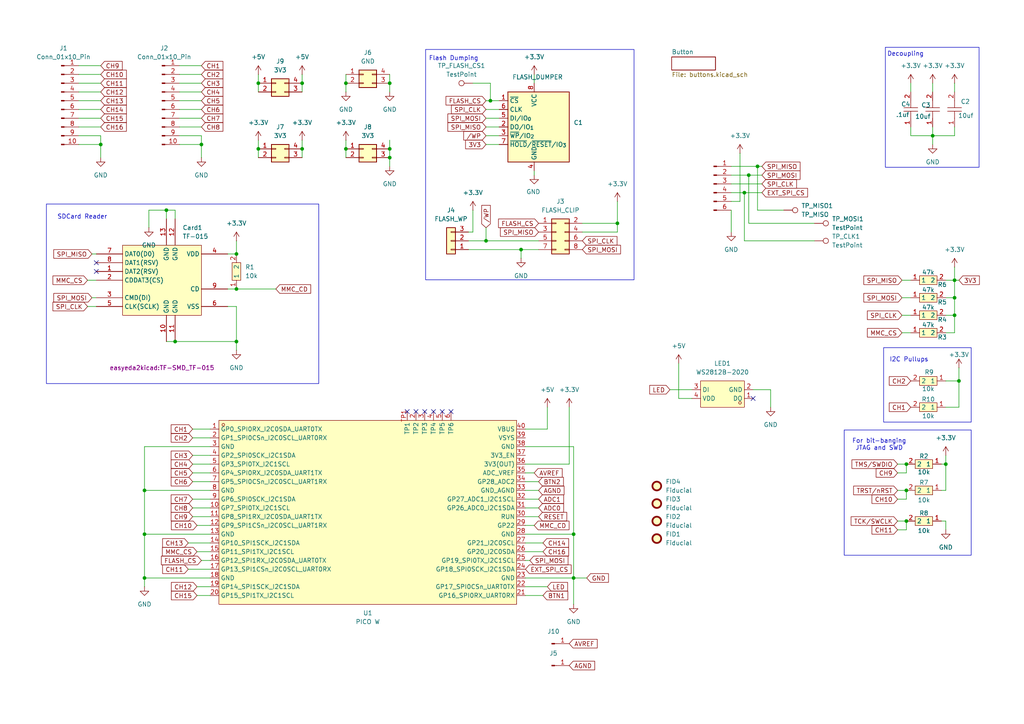
<source format=kicad_sch>
(kicad_sch (version 20250114) (generator "eeschema") (generator_version "9.0")
  (paper "A4")
  (rectangle (start 123.444 14.351) (end 183.896 81.153))
  (rectangle (start 256.286 100.838) (end 281.686 122.428))
  (rectangle (start 13.462 59.182) (end 92.456 111.252))
  (rectangle (start 256.794 13.716) (end 283.972 48.514))
  (rectangle (start 244.856 124.714) (end 281.686 161.036))
  (text "Flash Dumping" (at 131.572 17.018 0) (effects (font (size 1.27 1.27))))
  (text "SDCard Reader" (at 23.876 62.992 0) (effects (font (size 1.27 1.27))))
  (text "For bit-banging\nJTAG and SWD" (at 255.016 129.032 0) (effects (font (size 1.27 1.27))))
  (text "Decoupling" (at 262.636 15.748 0) (effects (font (size 1.27 1.27))))
  (text "I2C Pullups" (at 263.652 104.394 0) (effects (font (size 1.27 1.27))))
  (junction (at 113.03 43.18))
  (junction (at 166.37 167.64))
  (junction (at 166.37 154.94))
  (junction (at 217.17 50.8))
  (junction (at 274.32 134.62))
  (junction (at 278.13 110.49))
  (junction (at 219.71 48.26))
  (junction (at 179.07 64.77))
  (junction (at 41.91 167.64))
  (junction (at 276.86 81.28))
  (junction (at 41.91 142.24))
  (junction (at 276.86 86.36))
  (junction (at 262.89 134.62))
  (junction (at 68.58 83.82))
  (junction (at 50.8 99.06))
  (junction (at 100.33 24.13))
  (junction (at 41.91 154.94))
  (junction (at 87.63 24.13))
  (junction (at 142.24 29.21))
  (junction (at 68.58 99.06))
  (junction (at 100.33 43.18))
  (junction (at 74.93 43.18))
  (junction (at 113.03 45.72))
  (junction (at 270.51 39.37))
  (junction (at 113.03 24.13))
  (junction (at 215.9 55.88))
  (junction (at 276.86 91.44))
  (junction (at 262.89 142.24))
  (junction (at 48.26 60.96))
  (junction (at 29.21 41.91))
  (junction (at 262.89 151.13))
  (junction (at 68.58 73.66))
  (junction (at 140.97 69.85))
  (junction (at 151.13 72.39))
  (junction (at 58.42 41.91))
  (junction (at 74.93 24.13))
  (junction (at 87.63 43.18))
  (no_connect (at 118.11 119.38))
  (no_connect (at 218.44 115.57))
  (no_connect (at 27.94 78.74))
  (no_connect (at 125.73 119.38))
  (no_connect (at 27.94 76.2))
  (no_connect (at 120.65 119.38))
  (no_connect (at 128.27 119.38))
  (no_connect (at 123.19 119.38))
  (no_connect (at 130.81 119.38))
  (wire (pts (xy 50.8 99.06) (xy 68.58 99.06)))
  (wire (pts (xy 29.21 21.59) (xy 22.86 21.59)))
  (wire (pts (xy 156.21 147.32) (xy 152.4 147.32)))
  (wire (pts (xy 152.4 124.46) (xy 158.75 124.46)))
  (wire (pts (xy 74.93 21.59) (xy 74.93 24.13)))
  (wire (pts (xy 157.48 160.02) (xy 152.4 160.02)))
  (wire (pts (xy 57.15 172.72) (xy 60.96 172.72)))
  (wire (pts (xy 278.13 110.49) (xy 278.13 118.11)))
  (wire (pts (xy 165.1 134.62) (xy 152.4 134.62)))
  (wire (pts (xy 41.91 167.64) (xy 41.91 170.18)))
  (wire (pts (xy 43.18 66.04) (xy 43.18 60.96)))
  (wire (pts (xy 87.63 21.59) (xy 87.63 24.13)))
  (wire (pts (xy 113.03 40.64) (xy 113.03 43.18)))
  (wire (pts (xy 29.21 26.67) (xy 22.86 26.67)))
  (wire (pts (xy 236.22 64.77) (xy 217.17 64.77)))
  (wire (pts (xy 74.93 24.13) (xy 74.93 26.67)))
  (wire (pts (xy 140.97 31.75) (xy 144.78 31.75)))
  (wire (pts (xy 273.05 142.24) (xy 274.32 142.24)))
  (wire (pts (xy 274.32 91.44) (xy 276.86 91.44)))
  (wire (pts (xy 223.52 118.11) (xy 223.52 113.03)))
  (wire (pts (xy 270.51 24.13) (xy 270.51 26.67)))
  (wire (pts (xy 276.86 24.13) (xy 276.86 26.67)))
  (wire (pts (xy 58.42 24.13) (xy 52.07 24.13)))
  (wire (pts (xy 140.97 41.91) (xy 144.78 41.91)))
  (wire (pts (xy 41.91 129.54) (xy 41.91 142.24)))
  (wire (pts (xy 29.21 19.05) (xy 22.86 19.05)))
  (wire (pts (xy 25.4 81.28) (xy 27.94 81.28)))
  (wire (pts (xy 55.88 149.86) (xy 60.96 149.86)))
  (wire (pts (xy 156.21 72.39) (xy 151.13 72.39)))
  (wire (pts (xy 212.09 58.42) (xy 214.63 58.42)))
  (wire (pts (xy 25.4 88.9) (xy 27.94 88.9)))
  (wire (pts (xy 262.89 137.16) (xy 262.89 134.62)))
  (wire (pts (xy 54.61 157.48) (xy 60.96 157.48)))
  (wire (pts (xy 29.21 31.75) (xy 22.86 31.75)))
  (wire (pts (xy 264.16 24.13) (xy 264.16 26.67)))
  (wire (pts (xy 151.13 72.39) (xy 151.13 74.93)))
  (wire (pts (xy 100.33 40.64) (xy 100.33 43.18)))
  (wire (pts (xy 168.91 64.77) (xy 179.07 64.77)))
  (wire (pts (xy 41.91 142.24) (xy 41.91 154.94)))
  (wire (pts (xy 220.98 50.8) (xy 217.17 50.8)))
  (wire (pts (xy 217.17 50.8) (xy 217.17 64.77)))
  (wire (pts (xy 55.88 124.46) (xy 60.96 124.46)))
  (wire (pts (xy 170.18 167.64) (xy 166.37 167.64)))
  (wire (pts (xy 212.09 55.88) (xy 215.9 55.88)))
  (wire (pts (xy 113.03 45.72) (xy 113.03 48.26)))
  (wire (pts (xy 260.35 134.62) (xy 262.89 134.62)))
  (wire (pts (xy 212.09 60.96) (xy 212.09 67.31)))
  (wire (pts (xy 100.33 24.13) (xy 100.33 26.67)))
  (wire (pts (xy 166.37 129.54) (xy 166.37 154.94)))
  (wire (pts (xy 137.16 67.31) (xy 135.89 67.31)))
  (wire (pts (xy 152.4 167.64) (xy 166.37 167.64)))
  (wire (pts (xy 260.35 137.16) (xy 262.89 137.16)))
  (wire (pts (xy 58.42 36.83) (xy 52.07 36.83)))
  (wire (pts (xy 29.21 36.83) (xy 22.86 36.83)))
  (wire (pts (xy 227.33 60.96) (xy 219.71 60.96)))
  (wire (pts (xy 236.22 69.85) (xy 215.9 69.85)))
  (wire (pts (xy 166.37 154.94) (xy 166.37 167.64)))
  (wire (pts (xy 48.26 60.96) (xy 48.26 63.5)))
  (wire (pts (xy 212.09 48.26) (xy 219.71 48.26)))
  (wire (pts (xy 137.16 24.13) (xy 142.24 24.13)))
  (wire (pts (xy 29.21 34.29) (xy 22.86 34.29)))
  (wire (pts (xy 137.16 60.96) (xy 137.16 67.31)))
  (wire (pts (xy 60.96 142.24) (xy 41.91 142.24)))
  (wire (pts (xy 154.94 137.16) (xy 152.4 137.16)))
  (wire (pts (xy 215.9 69.85) (xy 215.9 55.88)))
  (wire (pts (xy 22.86 39.37) (xy 29.21 39.37)))
  (wire (pts (xy 260.35 151.13) (xy 262.89 151.13)))
  (wire (pts (xy 212.09 50.8) (xy 217.17 50.8)))
  (wire (pts (xy 58.42 34.29) (xy 52.07 34.29)))
  (wire (pts (xy 274.32 142.24) (xy 274.32 134.62)))
  (wire (pts (xy 74.93 43.18) (xy 74.93 45.72)))
  (wire (pts (xy 100.33 43.18) (xy 100.33 45.72)))
  (wire (pts (xy 274.32 132.08) (xy 274.32 134.62)))
  (wire (pts (xy 276.86 91.44) (xy 276.86 86.36)))
  (wire (pts (xy 274.32 151.13) (xy 274.32 153.67)))
  (wire (pts (xy 52.07 41.91) (xy 58.42 41.91)))
  (wire (pts (xy 158.75 170.18) (xy 152.4 170.18)))
  (wire (pts (xy 135.89 69.85) (xy 140.97 69.85)))
  (wire (pts (xy 29.21 41.91) (xy 29.21 45.72)))
  (wire (pts (xy 43.18 60.96) (xy 48.26 60.96)))
  (wire (pts (xy 165.1 118.11) (xy 165.1 134.62)))
  (wire (pts (xy 261.62 81.28) (xy 264.16 81.28)))
  (wire (pts (xy 260.35 144.78) (xy 262.89 144.78)))
  (wire (pts (xy 29.21 29.21) (xy 22.86 29.21)))
  (wire (pts (xy 80.01 83.82) (xy 68.58 83.82)))
  (wire (pts (xy 68.58 99.06) (xy 68.58 101.6)))
  (wire (pts (xy 55.88 139.7) (xy 60.96 139.7)))
  (wire (pts (xy 276.86 36.83) (xy 276.86 39.37)))
  (wire (pts (xy 58.42 21.59) (xy 52.07 21.59)))
  (wire (pts (xy 278.13 81.28) (xy 276.86 81.28)))
  (wire (pts (xy 68.58 88.9) (xy 68.58 99.06)))
  (wire (pts (xy 157.48 157.48) (xy 152.4 157.48)))
  (wire (pts (xy 57.15 152.4) (xy 60.96 152.4)))
  (wire (pts (xy 66.04 88.9) (xy 68.58 88.9)))
  (wire (pts (xy 212.09 53.34) (xy 220.98 53.34)))
  (wire (pts (xy 87.63 40.64) (xy 87.63 43.18)))
  (wire (pts (xy 68.58 69.85) (xy 68.58 73.66)))
  (wire (pts (xy 196.85 105.41) (xy 196.85 115.57)))
  (wire (pts (xy 142.24 29.21) (xy 144.78 29.21)))
  (wire (pts (xy 179.07 67.31) (xy 179.07 64.77)))
  (wire (pts (xy 260.35 142.24) (xy 262.89 142.24)))
  (wire (pts (xy 152.4 142.24) (xy 156.21 142.24)))
  (wire (pts (xy 264.16 39.37) (xy 270.51 39.37)))
  (wire (pts (xy 60.96 154.94) (xy 41.91 154.94)))
  (wire (pts (xy 55.88 134.62) (xy 60.96 134.62)))
  (wire (pts (xy 58.42 162.56) (xy 60.96 162.56)))
  (wire (pts (xy 156.21 144.78) (xy 152.4 144.78)))
  (wire (pts (xy 276.86 77.47) (xy 276.86 81.28)))
  (wire (pts (xy 58.42 26.67) (xy 52.07 26.67)))
  (wire (pts (xy 58.42 31.75) (xy 52.07 31.75)))
  (wire (pts (xy 153.67 162.56) (xy 152.4 162.56)))
  (wire (pts (xy 54.61 165.1) (xy 60.96 165.1)))
  (wire (pts (xy 60.96 129.54) (xy 41.91 129.54)))
  (wire (pts (xy 262.89 153.67) (xy 262.89 151.13)))
  (wire (pts (xy 261.62 96.52) (xy 264.16 96.52)))
  (wire (pts (xy 270.51 39.37) (xy 276.86 39.37)))
  (wire (pts (xy 154.94 21.59) (xy 154.94 24.13)))
  (wire (pts (xy 55.88 147.32) (xy 60.96 147.32)))
  (wire (pts (xy 50.8 60.96) (xy 48.26 60.96)))
  (wire (pts (xy 58.42 19.05) (xy 52.07 19.05)))
  (wire (pts (xy 55.88 132.08) (xy 60.96 132.08)))
  (wire (pts (xy 58.42 41.91) (xy 58.42 45.72)))
  (wire (pts (xy 158.75 124.46) (xy 158.75 118.11)))
  (wire (pts (xy 57.15 170.18) (xy 60.96 170.18)))
  (wire (pts (xy 74.93 40.64) (xy 74.93 43.18)))
  (wire (pts (xy 152.4 154.94) (xy 166.37 154.94)))
  (wire (pts (xy 26.67 86.36) (xy 27.94 86.36)))
  (wire (pts (xy 152.4 129.54) (xy 166.37 129.54)))
  (wire (pts (xy 220.98 48.26) (xy 219.71 48.26)))
  (wire (pts (xy 41.91 154.94) (xy 41.91 167.64)))
  (wire (pts (xy 179.07 58.42) (xy 179.07 64.77)))
  (wire (pts (xy 140.97 36.83) (xy 144.78 36.83)))
  (wire (pts (xy 48.26 99.06) (xy 50.8 99.06)))
  (wire (pts (xy 52.07 39.37) (xy 58.42 39.37)))
  (wire (pts (xy 274.32 86.36) (xy 276.86 86.36)))
  (wire (pts (xy 140.97 29.21) (xy 142.24 29.21)))
  (wire (pts (xy 22.86 41.91) (xy 29.21 41.91)))
  (wire (pts (xy 60.96 167.64) (xy 41.91 167.64)))
  (wire (pts (xy 223.52 113.03) (xy 218.44 113.03)))
  (wire (pts (xy 140.97 69.85) (xy 156.21 69.85)))
  (wire (pts (xy 140.97 66.04) (xy 140.97 69.85)))
  (wire (pts (xy 260.35 153.67) (xy 262.89 153.67)))
  (wire (pts (xy 262.89 144.78) (xy 262.89 142.24)))
  (wire (pts (xy 113.03 21.59) (xy 113.03 24.13)))
  (wire (pts (xy 29.21 24.13) (xy 22.86 24.13)))
  (wire (pts (xy 276.86 86.36) (xy 276.86 81.28)))
  (wire (pts (xy 219.71 60.96) (xy 219.71 48.26)))
  (wire (pts (xy 58.42 29.21) (xy 52.07 29.21)))
  (wire (pts (xy 57.15 160.02) (xy 60.96 160.02)))
  (wire (pts (xy 194.31 113.03) (xy 200.66 113.03)))
  (wire (pts (xy 29.21 39.37) (xy 29.21 41.91)))
  (wire (pts (xy 157.48 172.72) (xy 152.4 172.72)))
  (wire (pts (xy 68.58 83.82) (xy 66.04 83.82)))
  (wire (pts (xy 276.86 96.52) (xy 276.86 91.44)))
  (wire (pts (xy 214.63 44.45) (xy 214.63 58.42)))
  (wire (pts (xy 50.8 63.5) (xy 50.8 60.96)))
  (wire (pts (xy 264.16 36.83) (xy 264.16 39.37)))
  (wire (pts (xy 270.51 39.37) (xy 270.51 41.91)))
  (wire (pts (xy 55.88 127) (xy 60.96 127)))
  (wire (pts (xy 278.13 106.68) (xy 278.13 110.49)))
  (wire (pts (xy 274.32 81.28) (xy 276.86 81.28)))
  (wire (pts (xy 274.32 96.52) (xy 276.86 96.52)))
  (wire (pts (xy 140.97 39.37) (xy 144.78 39.37)))
  (wire (pts (xy 168.91 67.31) (xy 179.07 67.31)))
  (wire (pts (xy 135.89 72.39) (xy 151.13 72.39)))
  (wire (pts (xy 113.03 43.18) (xy 113.03 45.72)))
  (wire (pts (xy 166.37 167.64) (xy 166.37 175.26)))
  (wire (pts (xy 87.63 24.13) (xy 87.63 26.67)))
  (wire (pts (xy 278.13 118.11) (xy 274.32 118.11)))
  (wire (pts (xy 156.21 149.86) (xy 152.4 149.86)))
  (wire (pts (xy 156.21 139.7) (xy 152.4 139.7)))
  (wire (pts (xy 140.97 34.29) (xy 144.78 34.29)))
  (wire (pts (xy 261.62 91.44) (xy 264.16 91.44)))
  (wire (pts (xy 58.42 39.37) (xy 58.42 41.91)))
  (wire (pts (xy 196.85 115.57) (xy 200.66 115.57)))
  (wire (pts (xy 55.88 144.78) (xy 60.96 144.78)))
  (wire (pts (xy 26.67 73.66) (xy 27.94 73.66)))
  (wire (pts (xy 270.51 36.83) (xy 270.51 39.37)))
  (wire (pts (xy 154.94 152.4) (xy 152.4 152.4)))
  (wire (pts (xy 68.58 73.66) (xy 66.04 73.66)))
  (wire (pts (xy 113.03 24.13) (xy 113.03 26.67)))
  (wire (pts (xy 274.32 110.49) (xy 278.13 110.49)))
  (wire (pts (xy 274.32 134.62) (xy 273.05 134.62)))
  (wire (pts (xy 55.88 137.16) (xy 60.96 137.16)))
  (wire (pts (xy 154.94 50.8) (xy 154.94 49.53)))
  (wire (pts (xy 142.24 24.13) (xy 142.24 29.21)))
  (wire (pts (xy 261.62 86.36) (xy 264.16 86.36)))
  (wire (pts (xy 215.9 55.88) (xy 220.98 55.88)))
  (wire (pts (xy 100.33 21.59) (xy 100.33 24.13)))
  (wire (pts (xy 273.05 151.13) (xy 274.32 151.13)))
  (wire (pts (xy 87.63 43.18) (xy 87.63 45.72)))
  (image (at 129.286 -142.494))
  (global_label "CH2" (shape input) (at 264.16 110.49 180) (property "Intersheetrefs" "${INTERSHEET_REFS}" (effects (hide yes))))
  (global_label "SPI_MISO" (shape input) (at 261.62 81.28 180) (property "Intersheetrefs" "${INTERSHEET_REFS}" (effects (hide yes))))
  (global_label "3V3" (shape input) (at 278.13 81.28 0) (property "Intersheetrefs" "${INTERSHEET_REFS}" (effects (hide yes))))
  (global_label "CH9" (shape input) (at 260.35 137.16 180) (property "Intersheetrefs" "${INTERSHEET_REFS}" (effects (hide yes))))
  (global_label "CH4" (shape input) (at 55.88 134.62 180) (property "Intersheetrefs" "${INTERSHEET_REFS}" (effects (hide yes))))
  (global_label "CH7" (shape input) (at 55.88 144.78 180) (property "Intersheetrefs" "${INTERSHEET_REFS}" (effects (hide yes))))
  (global_label "SPI_MISO" (shape input) (at 140.97 36.83 180) (property "Intersheetrefs" "${INTERSHEET_REFS}" (effects (hide yes))))
  (global_label "TRST{slash}nRST" (shape input) (at 260.35 142.24 180) (property "Intersheetrefs" "${INTERSHEET_REFS}" (effects (hide yes))))
  (global_label "AVREF" (shape input) (at 154.94 137.16 0) (property "Intersheetrefs" "${INTERSHEET_REFS}" (effects (hide yes))))
  (global_label "MMC_CS" (shape input) (at 261.62 96.52 180) (property "Intersheetrefs" "${INTERSHEET_REFS}" (effects (hide yes))))
  (global_label "CH3" (shape input) (at 55.88 132.08 180) (property "Intersheetrefs" "${INTERSHEET_REFS}" (effects (hide yes))))
  (global_label "CH6" (shape input) (at 55.88 139.7 180) (property "Intersheetrefs" "${INTERSHEET_REFS}" (effects (hide yes))))
  (global_label "ADC0" (shape input) (at 156.21 147.32 0) (property "Intersheetrefs" "${INTERSHEET_REFS}" (effects (hide yes))))
  (global_label "SPI_MISO" (shape input) (at 26.67 73.66 180) (property "Intersheetrefs" "${INTERSHEET_REFS}" (effects (hide yes))))
  (global_label "CH11" (shape input) (at 54.61 165.1 180) (property "Intersheetrefs" "${INTERSHEET_REFS}" (effects (hide yes))))
  (global_label "CH5" (shape input) (at 55.88 137.16 180) (property "Intersheetrefs" "${INTERSHEET_REFS}" (effects (hide yes))))
  (global_label "CH4" (shape input) (at 58.42 26.67 0) (property "Intersheetrefs" "${INTERSHEET_REFS}" (effects (hide yes))))
  (global_label "CH1" (shape input) (at 58.42 19.05 0) (property "Intersheetrefs" "${INTERSHEET_REFS}" (effects (hide yes))))
  (global_label "CH9" (shape input) (at 29.21 19.05 0) (property "Intersheetrefs" "${INTERSHEET_REFS}" (effects (hide yes))))
  (global_label "GND" (shape input) (at 170.18 167.64 0) (property "Intersheetrefs" "${INTERSHEET_REFS}" (effects (hide yes))))
  (global_label "SPI_CLK" (shape input) (at 168.91 69.85 0) (property "Intersheetrefs" "${INTERSHEET_REFS}" (effects (hide yes))))
  (global_label "CH9" (shape input) (at 55.88 149.86 180) (property "Intersheetrefs" "${INTERSHEET_REFS}" (effects (hide yes))))
  (global_label "SPI_CLK" (shape input) (at 140.97 31.75 180) (property "Intersheetrefs" "${INTERSHEET_REFS}" (effects (hide yes))))
  (global_label "AVREF" (shape input) (at 165.1 186.69 0) (property "Intersheetrefs" "${INTERSHEET_REFS}" (effects (hide yes))))
  (global_label "CH10" (shape input) (at 29.21 21.59 0) (property "Intersheetrefs" "${INTERSHEET_REFS}" (effects (hide yes))))
  (global_label "CH12" (shape input) (at 57.15 170.18 180) (property "Intersheetrefs" "${INTERSHEET_REFS}" (effects (hide yes))))
  (global_label "CH14" (shape input) (at 157.48 157.48 0) (property "Intersheetrefs" "${INTERSHEET_REFS}" (effects (hide yes))))
  (global_label "TCK{slash}SWCLK" (shape input) (at 260.35 151.13 180) (property "Intersheetrefs" "${INTERSHEET_REFS}" (effects (hide yes))))
  (global_label "CH12" (shape input) (at 29.21 26.67 0) (property "Intersheetrefs" "${INTERSHEET_REFS}" (effects (hide yes))))
  (global_label "CH8" (shape input) (at 58.42 36.83 0) (property "Intersheetrefs" "${INTERSHEET_REFS}" (effects (hide yes))))
  (global_label "SPI_MOSI" (shape input) (at 220.98 50.8 0) (property "Intersheetrefs" "${INTERSHEET_REFS}" (effects (hide yes))))
  (global_label "MMC_CS" (shape input) (at 57.15 160.02 180) (property "Intersheetrefs" "${INTERSHEET_REFS}" (effects (hide yes))))
  (global_label "AGND" (shape input) (at 156.21 142.24 0) (property "Intersheetrefs" "${INTERSHEET_REFS}" (effects (hide yes))))
  (global_label "SPI_CLK" (shape input) (at 220.98 53.34 0) (property "Intersheetrefs" "${INTERSHEET_REFS}" (effects (hide yes))))
  (global_label "SPI_CLK" (shape input) (at 261.62 91.44 180) (property "Intersheetrefs" "${INTERSHEET_REFS}" (effects (hide yes))))
  (global_label "CH11" (shape input) (at 260.35 153.67 180) (property "Intersheetrefs" "${INTERSHEET_REFS}" (effects (hide yes))))
  (global_label "CH3" (shape input) (at 58.42 24.13 0) (property "Intersheetrefs" "${INTERSHEET_REFS}" (effects (hide yes))))
  (global_label "AGND" (shape input) (at 165.1 193.04 0) (property "Intersheetrefs" "${INTERSHEET_REFS}" (effects (hide yes))))
  (global_label "SPI_MOSI" (shape input) (at 26.67 86.36 180) (property "Intersheetrefs" "${INTERSHEET_REFS}" (effects (hide yes))))
  (global_label "SPI_MISO" (shape input) (at 156.21 67.31 180) (property "Intersheetrefs" "${INTERSHEET_REFS}" (effects (hide yes))))
  (global_label "CH10" (shape input) (at 57.15 152.4 180) (property "Intersheetrefs" "${INTERSHEET_REFS}" (effects (hide yes))))
  (global_label "CH10" (shape input) (at 260.35 144.78 180) (property "Intersheetrefs" "${INTERSHEET_REFS}" (effects (hide yes))))
  (global_label "CH6" (shape input) (at 58.42 31.75 0) (property "Intersheetrefs" "${INTERSHEET_REFS}" (effects (hide yes))))
  (global_label "TMS{slash}SWDIO" (shape input) (at 260.35 134.62 180) (property "Intersheetrefs" "${INTERSHEET_REFS}" (effects (hide yes))))
  (global_label "CH8" (shape input) (at 55.88 147.32 180) (property "Intersheetrefs" "${INTERSHEET_REFS}" (effects (hide yes))))
  (global_label "CH11" (shape input) (at 29.21 24.13 0) (property "Intersheetrefs" "${INTERSHEET_REFS}" (effects (hide yes))))
  (global_label "CH14" (shape input) (at 29.21 31.75 0) (property "Intersheetrefs" "${INTERSHEET_REFS}" (effects (hide yes))))
  (global_label "CH7" (shape input) (at 58.42 34.29 0) (property "Intersheetrefs" "${INTERSHEET_REFS}" (effects (hide yes))))
  (global_label "CH2" (shape input) (at 58.42 21.59 0) (property "Intersheetrefs" "${INTERSHEET_REFS}" (effects (hide yes))))
  (global_label "BTN2" (shape input) (at 156.21 139.7 0) (property "Intersheetrefs" "${INTERSHEET_REFS}" (effects (hide yes))))
  (global_label "FLASH_CS" (shape input) (at 140.97 29.21 180) (property "Intersheetrefs" "${INTERSHEET_REFS}" (effects (hide yes))))
  (global_label "MMC_CD" (shape input) (at 80.01 83.82 0) (property "Intersheetrefs" "${INTERSHEET_REFS}" (effects (hide yes))))
  (global_label "CH15" (shape input) (at 57.15 172.72 180) (property "Intersheetrefs" "${INTERSHEET_REFS}" (effects (hide yes))))
  (global_label "LED" (shape input) (at 194.31 113.03 180) (property "Intersheetrefs" "${INTERSHEET_REFS}" (effects (hide yes))))
  (global_label "CH13" (shape input) (at 29.21 29.21 0) (property "Intersheetrefs" "${INTERSHEET_REFS}" (effects (hide yes))))
  (global_label "3V3" (shape input) (at 140.97 41.91 180) (property "Intersheetrefs" "${INTERSHEET_REFS}" (effects (hide yes))))
  (global_label "CH5" (shape input) (at 58.42 29.21 0) (property "Intersheetrefs" "${INTERSHEET_REFS}" (effects (hide yes))))
  (global_label "FLASH_CS" (shape input) (at 58.42 162.56 180) (property "Intersheetrefs" "${INTERSHEET_REFS}" (effects (hide yes))))
  (global_label "CH1" (shape input) (at 55.88 124.46 180) (property "Intersheetrefs" "${INTERSHEET_REFS}" (effects (hide yes))))
  (global_label "{slash}WP" (shape input) (at 140.97 66.04 90) (property "Intersheetrefs" "${INTERSHEET_REFS}" (effects (hide yes))))
  (global_label "BTN1" (shape input) (at 157.48 172.72 0) (property "Intersheetrefs" "${INTERSHEET_REFS}" (effects (hide yes))))
  (global_label "ADC1" (shape input) (at 156.21 144.78 0) (property "Intersheetrefs" "${INTERSHEET_REFS}" (effects (hide yes))))
  (global_label "SPI_MOSI" (shape input) (at 168.91 72.39 0) (property "Intersheetrefs" "${INTERSHEET_REFS}" (effects (hide yes))))
  (global_label "SPI_MISO" (shape input) (at 220.98 48.26 0) (property "Intersheetrefs" "${INTERSHEET_REFS}" (effects (hide yes))))
  (global_label "EXT_SPI_CS" (shape input) (at 220.98 55.88 0) (property "Intersheetrefs" "${INTERSHEET_REFS}" (effects (hide yes))))
  (global_label "{slash}WP" (shape input) (at 140.97 39.37 180) (property "Intersheetrefs" "${INTERSHEET_REFS}" (effects (hide yes))))
  (global_label "RESET" (shape input) (at 156.21 149.86 0) (property "Intersheetrefs" "${INTERSHEET_REFS}" (effects (hide yes))))
  (global_label "CH16" (shape input) (at 29.21 36.83 0) (property "Intersheetrefs" "${INTERSHEET_REFS}" (effects (hide yes))))
  (global_label "SPI_MOSI" (shape input) (at 153.67 162.56 0) (property "Intersheetrefs" "${INTERSHEET_REFS}" (effects (hide yes))))
  (global_label "SPI_CLK" (shape input) (at 25.4 88.9 180) (property "Intersheetrefs" "${INTERSHEET_REFS}" (effects (hide yes))))
  (global_label "EXT_SPI_CS" (shape input) (at 152.4 165.1 0) (property "Intersheetrefs" "${INTERSHEET_REFS}" (effects (hide yes))))
  (global_label "CH16" (shape input) (at 157.48 160.02 0) (property "Intersheetrefs" "${INTERSHEET_REFS}" (effects (hide yes))))
  (global_label "MMC_CD" (shape input) (at 154.94 152.4 0) (property "Intersheetrefs" "${INTERSHEET_REFS}" (effects (hide yes))))
  (global_label "SPI_MOSI" (shape input) (at 261.62 86.36 180) (property "Intersheetrefs" "${INTERSHEET_REFS}" (effects (hide yes))))
  (global_label "MMC_CS" (shape input) (at 25.4 81.28 180) (property "Intersheetrefs" "${INTERSHEET_REFS}" (effects (hide yes))))
  (global_label "FLASH_CS" (shape input) (at 156.21 64.77 180) (property "Intersheetrefs" "${INTERSHEET_REFS}" (effects (hide yes))))
  (global_label "CH13" (shape input) (at 54.61 157.48 180) (property "Intersheetrefs" "${INTERSHEET_REFS}" (effects (hide yes))))
  (global_label "CH1" (shape input) (at 264.16 118.11 180) (property "Intersheetrefs" "${INTERSHEET_REFS}" (effects (hide yes))))
  (global_label "SPI_MOSI" (shape input) (at 140.97 34.29 180) (property "Intersheetrefs" "${INTERSHEET_REFS}" (effects (hide yes))))
  (global_label "CH15" (shape input) (at 29.21 34.29 0) (property "Intersheetrefs" "${INTERSHEET_REFS}" (effects (hide yes))))
  (global_label "CH2" (shape input) (at 55.88 127 180) (property "Intersheetrefs" "${INTERSHEET_REFS}" (effects (hide yes))))
  (global_label "LED" (shape input) (at 158.75 170.18 0) (property "Intersheetrefs" "${INTERSHEET_REFS}" (effects (hide yes))))
  (symbol (lib_id "Mechanical:Fiducial") (at 190.5 151.13 0) (unit 1) (exclude_from_sim yes) (in_bom no)
    (property "Reference" "FID2" (at 193.04 149.8599 0) (effects (justify left)))
    (property "Value" "Fiducial" (at 193.04 152.3999 0) (effects (justify left)))
    (property "Footprint" "Fiducial:Fiducial_0.5mm_Mask1mm" (effects (hide yes)))
    (property "Description" "Fiducial Marker" (effects (hide yes)))
  )
  (symbol (lib_id "power:+3.3V") (at 179.07 58.42 0) (unit 1)
    (property "Reference" "#PWR03" (effects (hide yes)))
    (property "Value" "+3.3V" (at 179.07 53.34 0))
    (property "Description" "Power symbol creates a global label with name \"+3.3V\"" (effects (hide yes)))
  )
  (symbol (lib_id "Connector_Generic:Conn_02x04_Odd_Even") (at 161.29 67.31 0) (unit 1)
    (property "Reference" "J3" (at 162.56 58.42 0))
    (property "Value" "FLASH_CLIP" (at 162.56 60.96 0))
    (property "Footprint" "Connector_PinHeader_2.54mm:PinHeader_2x04_P2.54mm_Vertical" (effects (hide yes)))
    (property "Description" "Generic connector, double row, 02x04, odd/even pin numbering scheme (row 1 odd numbers, row 2 even numbers), script generated (kicad-library-utils/schlib/autogen/connector/)" (effects (hide yes)))
  )
  (symbol (lib_id "Connector:TestPoint") (at 227.33 60.96 270) (unit 1)
    (property "Reference" "TP_MISO1" (at 232.41 59.6899 90) (effects (justify left)))
    (property "Value" "TP_MISO" (at 232.41 62.2299 90) (effects (justify left)))
    (property "Footprint" "TestPoint:TestPoint_Pad_1.0x1.0mm" (effects (hide yes)))
    (property "Description" "test point" (effects (hide yes)))
  )
  (symbol (lib_id "power:+3.3V") (at 87.63 40.64 0) (unit 1)
    (property "Reference" "#PWR016" (effects (hide yes)))
    (property "Value" "+3.3V" (at 87.63 35.56 0))
    (property "Description" "Power symbol creates a global label with name \"+3.3V\"" (effects (hide yes)))
  )
  (symbol (lib_id "power:GND") (at 151.13 74.93 0) (unit 1)
    (property "Reference" "#PWR04" (effects (hide yes)))
    (property "Value" "GND" (at 151.13 80.01 0))
    (property "Description" "Power symbol creates a global label with name \"GND\" , ground" (effects (hide yes)))
  )
  (symbol (lib_id "Connector:Conn_01x06_Pin") (at 207.01 53.34 0) (unit 1)
    (property "Reference" "J11" (effects (hide yes)))
    (property "Value" "Conn_01x06_Pin" (effects (hide yes)))
    (property "Footprint" "Connector_PinHeader_1.00mm:PinHeader_1x06_P1.00mm_Vertical" (effects (hide yes)))
    (property "Description" "Generic connector, single row, 01x06, script generated" (effects (hide yes)))
  )
  (symbol (lib_id "power:+3.3V") (at 276.86 24.13 0) (unit 1)
    (property "Reference" "#PWR030" (effects (hide yes)))
    (property "Value" "+3.3V" (at 276.86 19.05 0))
    (property "Description" "Power symbol creates a global label with name \"+3.3V\"" (effects (hide yes)))
  )
  (symbol (lib_id "power:+3.3V") (at 137.16 60.96 0) (unit 1)
    (property "Reference" "#PWR05" (effects (hide yes)))
    (property "Value" "+3.3V" (at 137.16 55.88 0))
    (property "Description" "Power symbol creates a global label with name \"+3.3V\"" (effects (hide yes)))
  )
  (symbol (lib_id "easyeda:CL10A106MQ8NNNC") (at 270.51 31.75 90) (unit 1)
    (property "Reference" "C3" (at 267.208 30.48 90) (effects (justify right)))
    (property "Value" "10uf" (at 265.43 33.782 90) (effects (justify right)))
    (property "Footprint" "Capacitor_SMD:C_0603_1608Metric_Pad1.08x0.95mm_HandSolder" (effects (hide yes)))
    (property "Datasheet" "https://lcsc.com/product-detail/Multilayer-Ceramic-Capacitors-MLCC-SMD-SMT_SAMSUNG_CL10A106MQ8NNNC_10uF-106-20-6-3V_C1691.html" (effects (hide yes)))
    (property "LCSC Part" "C1691" (effects (hide yes)))
  )
  (symbol (lib_id "easyeda:SCR0603F47K") (at 269.24 96.52 0) (unit 1)
    (property "Reference" "R3" (at 273.304 97.79 0))
    (property "Value" "47k" (at 269.24 94.234 0))
    (property "Footprint" "Resistor_SMD:R_0603_1608Metric_Pad0.98x0.95mm_HandSolder" (effects (hide yes)))
    (property "LCSC Part" "C3016374" (effects (hide yes)))
  )
  (symbol (lib_id "easyeda:SCR0603F47K") (at 269.24 91.44 0) (unit 1)
    (property "Reference" "R4" (at 273.304 92.71 0))
    (property "Value" "47k" (at 269.24 89.154 0))
    (property "Footprint" "Resistor_SMD:R_0603_1608Metric_Pad0.98x0.95mm_HandSolder" (effects (hide yes)))
    (property "LCSC Part" "C3016374" (effects (hide yes)))
  )
  (symbol (lib_id "easyeda:SCR0603F47K") (at 269.24 86.36 0) (unit 1)
    (property "Reference" "R5" (at 273.304 87.63 0))
    (property "Value" "47k" (at 269.24 84.074 0))
    (property "Footprint" "Resistor_SMD:R_0603_1608Metric_Pad0.98x0.95mm_HandSolder" (effects (hide yes)))
    (property "LCSC Part" "C3016374" (effects (hide yes)))
  )
  (symbol (lib_id "power:+3.3V") (at 68.58 69.85 0) (unit 1)
    (property "Reference" "#PWR08" (effects (hide yes)))
    (property "Value" "+3.3V" (at 68.58 64.77 0))
    (property "Description" "Power symbol creates a global label with name \"+3.3V\"" (effects (hide yes)))
  )
  (symbol (lib_id "easyeda:SCR0603F47K") (at 269.24 81.28 0) (unit 1)
    (property "Reference" "R6" (at 273.304 82.55 0))
    (property "Value" "47k" (at 269.24 78.994 0))
    (property "Footprint" "Resistor_SMD:R_0603_1608Metric_Pad0.98x0.95mm_HandSolder" (effects (hide yes)))
    (property "LCSC Part" "C3016374" (effects (hide yes)))
  )
  (symbol (lib_id "Connector:TestPoint") (at 137.16 24.13 90) (unit 1)
    (property "Reference" "TP_FLASH_CS1" (at 133.858 19.05 90))
    (property "Value" "TestPoint" (at 133.858 21.59 90))
    (property "Footprint" "TestPoint:TestPoint_Pad_1.0x1.0mm" (effects (hide yes)))
    (property "Description" "test point" (effects (hide yes)))
  )
  (symbol (lib_id "power:GND") (at 154.94 50.8 0) (unit 1)
    (property "Reference" "#PWR028" (effects (hide yes)))
    (property "Value" "GND" (at 154.686 55.626 0))
    (property "Description" "Power symbol creates a global label with name \"GND\" , ground" (effects (hide yes)))
  )
  (symbol (lib_id "easyeda:FRC0603J103TS") (at 267.97 151.13 180) (unit 1)
    (property "Reference" "R8" (at 267.97 148.844 0))
    (property "Value" "10k" (at 267.97 153.924 0))
    (property "Footprint" "Resistor_SMD:R_0603_1608Metric_Pad0.98x0.95mm_HandSolder" (effects (hide yes)))
    (property "LCSC Part" "C2930027" (effects (hide yes)))
  )
  (symbol (lib_id "easyeda:TF-015") (at 46.99 81.28 0) (unit 1)
    (property "Reference" "Card1" (at 52.9433 66.04 0) (effects (justify left)))
    (property "Value" "TF-015" (at 52.9433 68.58 0) (effects (justify left)))
    (property "Footprint" "easyeda2kicad:TF-SMD_TF-015" (at 46.99 106.68 0))
    (property "Datasheet" "https://lcsc.com/product-detail/Card-Sockets_TF-015_C113206.html" (effects (hide yes)))
    (property "LCSC Part" "C113206" (effects (hide yes)))
  )
  (symbol (lib_id "Connector:TestPoint") (at 236.22 64.77 270) (unit 1)
    (property "Reference" "TP_MOSI1" (at 241.3 63.4999 90) (effects (justify left)))
    (property "Value" "TestPoint" (at 241.3 66.0399 90) (effects (justify left)))
    (property "Footprint" "TestPoint:TestPoint_Pad_1.0x1.0mm" (effects (hide yes)))
    (property "Description" "test point" (effects (hide yes)))
  )
  (symbol (lib_id "power:GND") (at 43.18 66.04 0) (unit 1)
    (property "Reference" "#PWR011" (effects (hide yes)))
    (property "Value" "GND" (at 43.18 71.12 0))
    (property "Description" "Power symbol creates a global label with name \"GND\" , ground" (effects (hide yes)))
  )
  (symbol (lib_id "Mechanical:Fiducial") (at 190.5 140.97 0) (unit 1) (exclude_from_sim yes) (in_bom no)
    (property "Reference" "FID4" (at 193.04 139.6999 0) (effects (justify left)))
    (property "Value" "Fiducial" (at 193.04 142.2399 0) (effects (justify left)))
    (property "Footprint" "Fiducial:Fiducial_0.5mm_Mask1mm" (effects (hide yes)))
    (property "Description" "Fiducial Marker" (effects (hide yes)))
  )
  (symbol (lib_id "power:+5V") (at 158.75 118.11 0) (mirror y) (unit 1)
    (property "Reference" "#PWR022" (effects (hide yes)))
    (property "Value" "+5V" (at 158.75 113.03 0))
    (property "Description" "Power symbol creates a global label with name \"+5V\"" (effects (hide yes)))
  )
  (symbol (lib_id "easyeda:FRC0603J103TS") (at 269.24 110.49 180) (unit 1)
    (property "Reference" "R9" (at 269.494 107.95 0))
    (property "Value" "10k" (at 269.24 112.776 0))
    (property "Footprint" "Resistor_SMD:R_0603_1608Metric_Pad0.98x0.95mm_HandSolder" (effects (hide yes)))
    (property "LCSC Part" "C2930027" (effects (hide yes)))
  )
  (symbol (lib_id "power:+3.3V") (at 264.16 24.13 0) (unit 1)
    (property "Reference" "#PWR032" (effects (hide yes)))
    (property "Value" "+3.3V" (at 264.16 19.05 0))
    (property "Description" "Power symbol creates a global label with name \"+3.3V\"" (effects (hide yes)))
  )
  (symbol (lib_id "power:+3.3V") (at 214.63 44.45 0) (unit 1)
    (property "Reference" "#PWR013" (effects (hide yes)))
    (property "Value" "+3.3V" (at 214.63 39.37 0))
    (property "Description" "Power symbol creates a global label with name \"+3.3V\"" (effects (hide yes)))
  )
  (symbol (lib_id "Connector_Generic:Conn_02x02_Counter_Clockwise") (at 80.01 24.13 0) (unit 1)
    (property "Reference" "J9" (at 81.28 17.78 0))
    (property "Value" "3V3" (at 81.28 20.32 0))
    (property "Footprint" "Connector_PinHeader_2.54mm:PinHeader_2x02_P2.54mm_Vertical" (effects (hide yes)))
    (property "Description" "Generic connector, double row, 02x02, counter clockwise pin numbering scheme (similar to DIP package numbering), script generated (kicad-library-utils/schlib/autogen/connector/)" (effects (hide yes)))
  )
  (symbol (lib_id "power:GND") (at 100.33 26.67 0) (unit 1)
    (property "Reference" "#PWR014" (effects (hide yes)))
    (property "Value" "GND" (at 100.33 31.75 0))
    (property "Description" "Power symbol creates a global label with name \"GND\" , ground" (effects (hide yes)))
  )
  (symbol (lib_id "power:+3.3V") (at 278.13 106.68 0) (unit 1)
    (property "Reference" "#PWR024" (effects (hide yes)))
    (property "Value" "+3.3V" (at 278.13 102.87 0))
    (property "Description" "Power symbol creates a global label with name \"+3.3V\"" (effects (hide yes)))
  )
  (symbol (lib_id "Mechanical:Fiducial") (at 190.5 146.05 0) (unit 1) (exclude_from_sim yes) (in_bom no)
    (property "Reference" "FID3" (at 193.04 144.7799 0) (effects (justify left)))
    (property "Value" "Fiducial" (at 193.04 147.3199 0) (effects (justify left)))
    (property "Footprint" "Fiducial:Fiducial_0.5mm_Mask1mm" (effects (hide yes)))
    (property "Description" "Fiducial Marker" (effects (hide yes)))
  )
  (symbol (lib_id "easyeda:PICOW") (at 106.68 148.59 0) (unit 1)
    (property "Reference" "U1" (at 106.68 177.8 0))
    (property "Value" "PICO W" (at 106.68 180.34 0))
    (property "Footprint" "easyeda2kicad:COMM-SMD_L51.0-W21.0-P2.54_PICOW" (effects (hide yes)))
    (property "LCSC Part" "C7203003" (effects (hide yes)))
  )
  (symbol (lib_id "power:GND") (at 274.32 153.67 0) (unit 1)
    (property "Reference" "#PWR021" (effects (hide yes)))
    (property "Value" "GND" (at 274.32 158.75 0))
    (property "Description" "Power symbol creates a global label with name \"GND\" , ground" (effects (hide yes)))
  )
  (symbol (lib_id "Connector_Generic:Conn_02x02_Counter_Clockwise") (at 105.41 21.59 0) (unit 1)
    (property "Reference" "J6" (at 106.68 15.24 0))
    (property "Value" "GND" (at 106.68 17.78 0))
    (property "Footprint" "Connector_PinHeader_2.54mm:PinHeader_2x02_P2.54mm_Vertical" (effects (hide yes)))
    (property "Description" "Generic connector, double row, 02x02, counter clockwise pin numbering scheme (similar to DIP package numbering), script generated (kicad-library-utils/schlib/autogen/connector/)" (effects (hide yes)))
  )
  (symbol (lib_id "Connector:Conn_01x01_Pin") (at 160.02 186.69 0) (unit 1)
    (property "Reference" "J10" (at 160.528 183.134 0))
    (property "Value" "Conn_01x01_Pin" (effects (hide yes)))
    (property "Footprint" "Connector_PinHeader_2.54mm:PinHeader_1x01_P2.54mm_Vertical" (effects (hide yes)))
    (property "Description" "Generic connector, single row, 01x01, script generated" (effects (hide yes)))
  )
  (symbol (lib_id "easyeda:FRC0603J103TS") (at 267.97 142.24 180) (unit 1)
    (property "Reference" "R7" (at 267.97 139.954 0))
    (property "Value" "10k" (at 267.97 145.034 0))
    (property "Footprint" "Resistor_SMD:R_0603_1608Metric_Pad0.98x0.95mm_HandSolder" (effects (hide yes)))
    (property "LCSC Part" "C2930027" (effects (hide yes)))
  )
  (symbol (lib_id "power:+3.3V") (at 274.32 132.08 0) (unit 1)
    (property "Reference" "#PWR020" (effects (hide yes)))
    (property "Value" "+3.3V" (at 274.32 127 0))
    (property "Description" "Power symbol creates a global label with name \"+3.3V\"" (effects (hide yes)))
  )
  (symbol (lib_id "power:GND") (at 113.03 48.26 0) (mirror y) (unit 1)
    (property "Reference" "#PWR019" (effects (hide yes)))
    (property "Value" "GND" (at 113.03 53.34 0))
    (property "Description" "Power symbol creates a global label with name \"GND\" , ground" (effects (hide yes)))
  )
  (symbol (lib_id "power:GND") (at 68.58 101.6 0) (unit 1)
    (property "Reference" "#PWR09" (effects (hide yes)))
    (property "Value" "GND" (at 68.58 106.68 0))
    (property "Description" "Power symbol creates a global label with name \"GND\" , ground" (effects (hide yes)))
  )
  (symbol (lib_id "power:GND") (at 270.51 41.91 0) (unit 1)
    (property "Reference" "#PWR029" (effects (hide yes)))
    (property "Value" "GND" (at 270.51 46.99 0))
    (property "Description" "Power symbol creates a global label with name \"GND\" , ground" (effects (hide yes)))
  )
  (symbol (lib_id "power:+3.3V") (at 276.86 77.47 0) (unit 1)
    (property "Reference" "#PWR010" (effects (hide yes)))
    (property "Value" "+3.3V" (at 276.86 72.39 0))
    (property "Description" "Power symbol creates a global label with name \"+3.3V\"" (effects (hide yes)))
  )
  (symbol (lib_id "easyeda:WS2812B-2020") (at 209.55 114.3 180) (unit 1)
    (property "Reference" "LED1" (at 209.55 105.41 0))
    (property "Value" "WS2812B-2020" (at 209.55 107.95 0))
    (property "Footprint" "easyeda2kicad:LED-SMD_4P-L2.0-W2.0-TL_WS2812B-2020" (effects (hide yes)))
    (property "Datasheet" "https://lcsc.com/product-detail/Light-Emitting-Diodes-LED_Worldsemi-WS2812B-2020_C965555.html" (effects (hide yes)))
    (property "LCSC Part" "C965555" (effects (hide yes)))
  )
  (symbol (lib_id "power:GND") (at 166.37 175.26 0) (unit 1)
    (property "Reference" "#PWR07" (effects (hide yes)))
    (property "Value" "GND" (at 166.37 180.34 0))
    (property "Description" "Power symbol creates a global label with name \"GND\" , ground" (effects (hide yes)))
  )
  (symbol (lib_id "easyeda:FRC0603J103TS") (at 269.24 118.11 180) (unit 1)
    (property "Reference" "R10" (at 269.24 115.824 0))
    (property "Value" "10k" (at 269.24 120.65 0))
    (property "Footprint" "Resistor_SMD:R_0603_1608Metric_Pad0.98x0.95mm_HandSolder" (effects (hide yes)))
    (property "LCSC Part" "C2930027" (effects (hide yes)))
  )
  (symbol (lib_id "power:+5V") (at 87.63 21.59 0) (mirror y) (unit 1)
    (property "Reference" "#PWR039" (effects (hide yes)))
    (property "Value" "+5V" (at 87.63 16.51 0))
    (property "Description" "Power symbol creates a global label with name \"+5V\"" (effects (hide yes)))
  )
  (symbol (lib_id "Connector:Conn_01x10_Pin") (at 17.78 29.21 0) (unit 1)
    (property "Reference" "J1" (at 18.415 13.97 0))
    (property "Value" "Conn_01x10_Pin" (at 18.415 16.51 0))
    (property "Footprint" "Connector_PinHeader_2.54mm:PinHeader_1x10_P2.54mm_Vertical" (effects (hide yes)))
    (property "Description" "Generic connector, single row, 01x10, script generated" (effects (hide yes)))
  )
  (symbol (lib_id "power:+5V") (at 196.85 105.41 0) (mirror y) (unit 1)
    (property "Reference" "#PWR037" (effects (hide yes)))
    (property "Value" "+5V" (at 196.85 100.33 0))
    (property "Description" "Power symbol creates a global label with name \"+5V\"" (effects (hide yes)))
  )
  (symbol (lib_id "power:+3.3V") (at 154.94 21.59 0) (unit 1)
    (property "Reference" "#PWR027" (effects (hide yes)))
    (property "Value" "+3.3V" (at 154.94 16.51 0))
    (property "Description" "Power symbol creates a global label with name \"+3.3V\"" (effects (hide yes)))
  )
  (symbol (lib_id "power:+3.3V") (at 165.1 118.11 0) (unit 1)
    (property "Reference" "#PWR023" (effects (hide yes)))
    (property "Value" "+3.3V" (at 165.1 113.03 0))
    (property "Description" "Power symbol creates a global label with name \"+3.3V\"" (effects (hide yes)))
  )
  (symbol (lib_id "Connector_Generic:Conn_02x02_Counter_Clockwise") (at 105.41 43.18 0) (unit 1)
    (property "Reference" "J8" (at 106.68 36.83 0))
    (property "Value" "3V3" (at 106.68 39.37 0))
    (property "Footprint" "Connector_PinHeader_2.54mm:PinHeader_2x02_P2.54mm_Vertical" (effects (hide yes)))
    (property "Description" "Generic connector, double row, 02x02, counter clockwise pin numbering scheme (similar to DIP package numbering), script generated (kicad-library-utils/schlib/autogen/connector/)" (effects (hide yes)))
  )
  (symbol (lib_id "power:+3.3V") (at 270.51 24.13 0) (unit 1)
    (property "Reference" "#PWR031" (effects (hide yes)))
    (property "Value" "+3.3V" (at 270.51 19.05 0))
    (property "Description" "Power symbol creates a global label with name \"+3.3V\"" (effects (hide yes)))
  )
  (symbol (lib_id "power:GND") (at 113.03 26.67 0) (unit 1)
    (property "Reference" "#PWR015" (effects (hide yes)))
    (property "Value" "GND" (at 113.03 31.75 0))
    (property "Description" "Power symbol creates a global label with name \"GND\" , ground" (effects (hide yes)))
  )
  (symbol (lib_id "Connector:TestPoint") (at 236.22 69.85 270) (unit 1)
    (property "Reference" "TP_CLK1" (at 241.3 68.5799 90) (effects (justify left)))
    (property "Value" "TestPoint" (at 241.3 71.1199 90) (effects (justify left)))
    (property "Footprint" "TestPoint:TestPoint_Pad_1.0x1.0mm" (effects (hide yes)))
    (property "Description" "test point" (effects (hide yes)))
  )
  (symbol (lib_id "power:GND") (at 212.09 67.31 0) (unit 1)
    (property "Reference" "#PWR040" (effects (hide yes)))
    (property "Value" "GND" (at 212.09 72.39 0))
    (property "Description" "Power symbol creates a global label with name \"GND\" , ground" (effects (hide yes)))
  )
  (symbol (lib_id "pico_tag:FLASH_DUMPER") (at 154.94 36.83 0) (unit 1)
    (property "Reference" "C1" (at 166.37 35.5599 0) (effects (justify left)))
    (property "Value" "FLASH_DUMPER" (at 148.59 22.352 0) (effects (justify left)))
    (property "Footprint" "pico_tag:SOIC-8_5.3x5.3mm_P1.27mm flash dumper" (effects (hide yes)))
    (property "Description" "Serial Flash Memory Dumper,  Standard/Dual/Quad SPI, 2.7-3.6V, SOIC-8" (effects (hide yes)))
  )
  (symbol (lib_id "easyeda:FRC0603J103TS") (at 68.58 78.74 90) (unit 1)
    (property "Reference" "R1" (at 71.12 77.4699 90) (effects (justify right)))
    (property "Value" "10k" (at 71.12 80.0099 90) (effects (justify right)))
    (property "Footprint" "Resistor_SMD:R_0603_1608Metric_Pad0.98x0.95mm_HandSolder" (effects (hide yes)))
    (property "LCSC Part" "C2930027" (effects (hide yes)))
  )
  (symbol (lib_id "power:+3.3V") (at 100.33 40.64 0) (unit 1)
    (property "Reference" "#PWR018" (effects (hide yes)))
    (property "Value" "+3.3V" (at 100.33 35.56 0))
    (property "Description" "Power symbol creates a global label with name \"+3.3V\"" (effects (hide yes)))
  )
  (symbol (lib_id "Mechanical:Fiducial") (at 190.5 156.21 0) (unit 1) (exclude_from_sim yes) (in_bom no)
    (property "Reference" "FID1" (at 193.04 154.9399 0) (effects (justify left)))
    (property "Value" "Fiducial" (at 193.04 157.4799 0) (effects (justify left)))
    (property "Footprint" "Fiducial:Fiducial_0.5mm_Mask1mm" (effects (hide yes)))
    (property "Description" "Fiducial Marker" (effects (hide yes)))
  )
  (symbol (lib_id "Connector:Conn_01x01_Pin") (at 160.02 193.04 0) (unit 1)
    (property "Reference" "J5" (at 160.528 189.484 0))
    (property "Value" "Conn_01x01_Pin" (effects (hide yes)))
    (property "Footprint" "Connector_PinHeader_2.54mm:PinHeader_1x01_P2.54mm_Vertical" (effects (hide yes)))
    (property "Description" "Generic connector, single row, 01x01, script generated" (effects (hide yes)))
  )
  (symbol (lib_id "power:GND") (at 58.42 45.72 0) (unit 1)
    (property "Reference" "#PWR02" (effects (hide yes)))
    (property "Value" "GND" (at 58.42 50.8 0))
    (property "Description" "Power symbol creates a global label with name \"GND\" , ground" (effects (hide yes)))
  )
  (symbol (lib_id "power:GND") (at 41.91 170.18 0) (unit 1)
    (property "Reference" "#PWR06" (effects (hide yes)))
    (property "Value" "GND" (at 41.91 175.26 0))
    (property "Description" "Power symbol creates a global label with name \"GND\" , ground" (effects (hide yes)))
  )
  (symbol (lib_id "easyeda:CL10A106MQ8NNNC") (at 276.86 31.75 90) (unit 1)
    (property "Reference" "C2" (at 278.638 29.464 90) (effects (justify right)))
    (property "Value" "10uf" (at 277.876 33.528 90) (effects (justify right)))
    (property "Footprint" "Capacitor_SMD:C_0603_1608Metric_Pad1.08x0.95mm_HandSolder" (effects (hide yes)))
    (property "Datasheet" "https://lcsc.com/product-detail/Multilayer-Ceramic-Capacitors-MLCC-SMD-SMT_SAMSUNG_CL10A106MQ8NNNC_10uF-106-20-6-3V_C1691.html" (effects (hide yes)))
    (property "LCSC Part" "C1691" (effects (hide yes)))
  )
  (symbol (lib_id "power:GND") (at 29.21 45.72 0) (unit 1)
    (property "Reference" "#PWR01" (effects (hide yes)))
    (property "Value" "GND" (at 29.21 50.8 0))
    (property "Description" "Power symbol creates a global label with name \"GND\" , ground" (effects (hide yes)))
  )
  (symbol (lib_id "power:+3.3V") (at 74.93 40.64 0) (unit 1)
    (property "Reference" "#PWR017" (effects (hide yes)))
    (property "Value" "+3.3V" (at 74.93 35.56 0))
    (property "Description" "Power symbol creates a global label with name \"+3.3V\"" (effects (hide yes)))
  )
  (symbol (lib_id "Connector_Generic:Conn_01x03") (at 130.81 69.85 180) (unit 1)
    (property "Reference" "J4" (at 130.81 60.96 0))
    (property "Value" "FLASH_WP" (at 130.81 63.5 0))
    (property "Footprint" "Connector_PinHeader_2.54mm:PinHeader_1x03_P2.54mm_Vertical" (effects (hide yes)))
    (property "Description" "Generic connector, single row, 01x03, script generated (kicad-library-utils/schlib/autogen/connector/)" (effects (hide yes)))
  )
  (symbol (lib_id "easyeda:FRC0603J103TS") (at 267.97 134.62 180) (unit 1)
    (property "Reference" "R2" (at 267.97 132.334 0))
    (property "Value" "10k" (at 267.97 136.906 0))
    (property "Footprint" "Resistor_SMD:R_0603_1608Metric_Pad0.98x0.95mm_HandSolder" (effects (hide yes)))
    (property "LCSC Part" "C2930027" (effects (hide yes)))
  )
  (symbol (lib_id "power:GND") (at 223.52 118.11 0) (unit 1)
    (property "Reference" "#PWR012" (effects (hide yes)))
    (property "Value" "GND" (at 223.52 123.19 0))
    (property "Description" "Power symbol creates a global label with name \"GND\" , ground" (effects (hide yes)))
  )
  (symbol (lib_id "power:+5V") (at 74.93 21.59 0) (mirror y) (unit 1)
    (property "Reference" "#PWR038" (effects (hide yes)))
    (property "Value" "+5V" (at 74.93 16.51 0))
    (property "Description" "Power symbol creates a global label with name \"+5V\"" (effects (hide yes)))
  )
  (symbol (lib_id "Connector_Generic:Conn_02x02_Counter_Clockwise") (at 80.01 43.18 0) (unit 1)
    (property "Reference" "J7" (at 81.28 36.83 0))
    (property "Value" "3V3" (at 81.28 39.37 0))
    (property "Footprint" "Connector_PinHeader_2.54mm:PinHeader_2x02_P2.54mm_Vertical" (effects (hide yes)))
    (property "Description" "Generic connector, double row, 02x02, counter clockwise pin numbering scheme (similar to DIP package numbering), script generated (kicad-library-utils/schlib/autogen/connector/)" (effects (hide yes)))
  )
  (symbol (lib_id "easyeda:CL10B104KB8NNNC") (at 264.16 31.75 90) (unit 1)
    (property "Reference" "C4" (at 261.366 30.226 90) (effects (justify right)))
    (property "Value" ".1uf" (at 259.842 33.274 90) (effects (justify right)))
    (property "Footprint" "Capacitor_SMD:C_0603_1608Metric_Pad1.08x0.95mm_HandSolder" (effects (hide yes)))
    (property "Datasheet" "https://lcsc.com/product-detail/Multilayer-Ceramic-Capacitors-MLCC-SMD-SMT_SAMSUNG_CL10B104KB8NNNC_100nF-104-10-50V_C1591.html" (effects (hide yes)))
    (property "LCSC Part" "C1591" (effects (hide yes)))
  )
  (symbol (lib_id "Connector:Conn_01x10_Pin") (at 46.99 29.21 0) (unit 1)
    (property "Reference" "J2" (at 47.625 13.97 0))
    (property "Value" "Conn_01x10_Pin" (at 47.625 16.51 0))
    (property "Footprint" "Connector_PinHeader_2.54mm:PinHeader_1x10_P2.54mm_Vertical" (effects (hide yes)))
    (property "Description" "Generic connector, single row, 01x10, script generated" (effects (hide yes)))
  )
  (sheet (at 194.818 16.51) (size 12.7 3.81) (stroke (width 0.1524))
    (property "Sheetname" "Button" (at 194.818 15.7984 0) (effects (justify left bottom)))
    (property "Sheetfile" "buttons.kicad_sch" (at 194.818 20.9046 0) (effects (justify left top)))
  )
)
</source>
